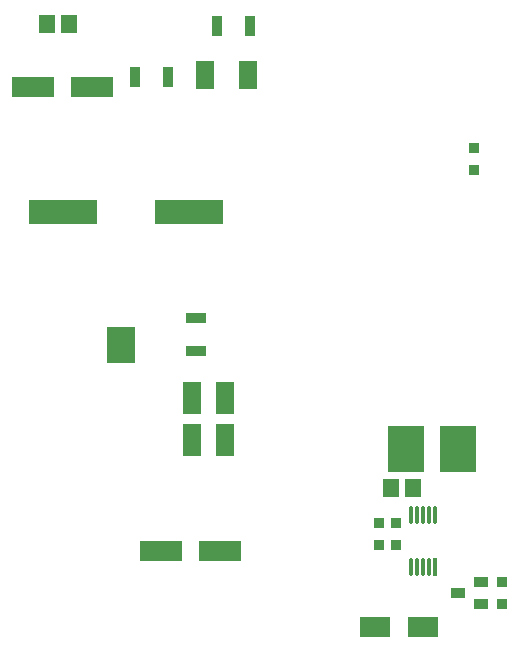
<source format=gbp>
G04*
G04 #@! TF.GenerationSoftware,Altium Limited,Altium Designer,20.1.12 (249)*
G04*
G04 Layer_Color=128*
%FSLAX25Y25*%
%MOIN*%
G70*
G04*
G04 #@! TF.SameCoordinates,52F10900-DB58-4C41-AEEA-7F3F7A3DCA95*
G04*
G04*
G04 #@! TF.FilePolarity,Positive*
G04*
G01*
G75*
%ADD16R,0.09449X0.12205*%
%ADD17R,0.03740X0.03543*%
%ADD63R,0.09843X0.06693*%
%ADD64R,0.06693X0.03740*%
%ADD65R,0.06299X0.10630*%
%ADD66R,0.05906X0.09400*%
%ADD67R,0.12200X0.15700*%
%ADD68R,0.05000X0.03500*%
%ADD69R,0.23000X0.08000*%
%ADD70R,0.14000X0.06500*%
%ADD71R,0.03740X0.06693*%
%ADD72R,0.05709X0.05906*%
%ADD73R,0.01378X0.06102*%
%ADD74O,0.01378X0.06102*%
D16*
X188000Y216000D02*
D03*
D17*
X305500Y281784D02*
D03*
Y274500D02*
D03*
X274000Y156642D02*
D03*
Y149358D02*
D03*
X279500D02*
D03*
Y156642D02*
D03*
X315000Y129858D02*
D03*
Y137142D02*
D03*
D63*
X272626Y122000D02*
D03*
X288374D02*
D03*
D64*
X213000Y225012D02*
D03*
Y213988D02*
D03*
D65*
X222512Y198500D02*
D03*
X211488D02*
D03*
X222512Y184500D02*
D03*
X211488D02*
D03*
D66*
X215717Y306000D02*
D03*
X230283D02*
D03*
D67*
X282800Y181500D02*
D03*
X300200D02*
D03*
D68*
X307937Y129760D02*
D03*
Y137240D02*
D03*
X300063Y133500D02*
D03*
D69*
X168500Y260500D02*
D03*
X210500D02*
D03*
D70*
X158658Y302201D02*
D03*
X178342D02*
D03*
X220843Y147500D02*
D03*
X201157D02*
D03*
D71*
X203512Y305500D02*
D03*
X192488D02*
D03*
X219976Y322500D02*
D03*
X231000D02*
D03*
D72*
X163358Y323000D02*
D03*
X170642D02*
D03*
X285142Y168500D02*
D03*
X277858D02*
D03*
D73*
X292437Y142177D02*
D03*
D74*
X290469D02*
D03*
X288500D02*
D03*
X286531D02*
D03*
X284563D02*
D03*
X292437Y159500D02*
D03*
X290469D02*
D03*
X288500D02*
D03*
X286531D02*
D03*
X284563D02*
D03*
M02*

</source>
